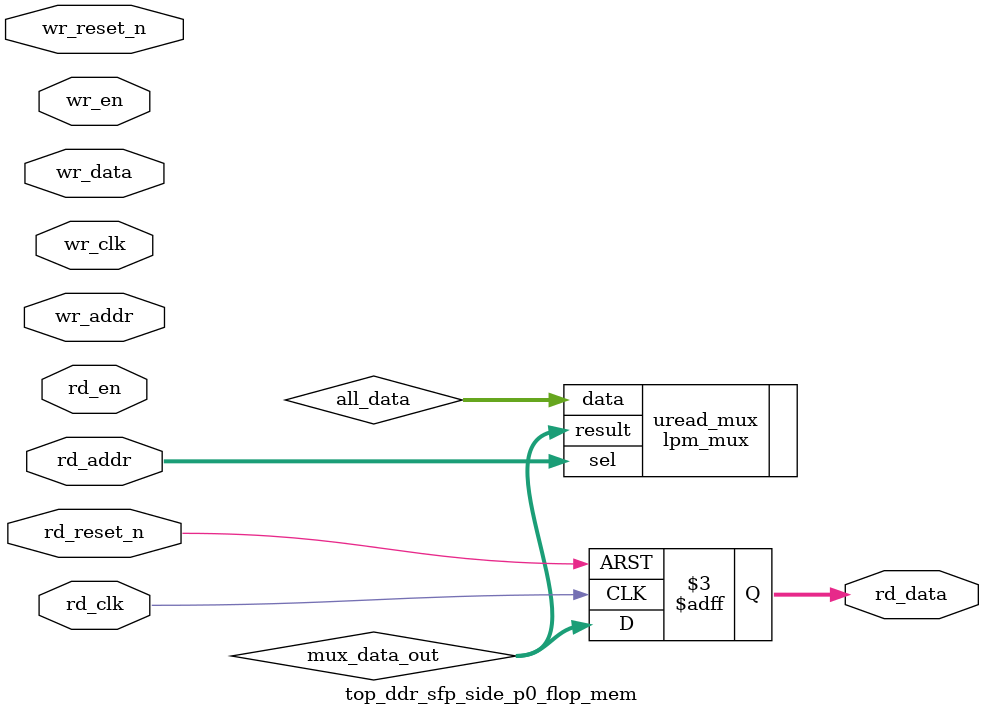
<source format=v>



`timescale 1 ps / 1 ps

(* altera_attribute = "-name ALLOW_SYNCH_CTRL_USAGE ON;-name AUTO_CLOCK_ENABLE_RECOGNITION ON" *)
module top_ddr_sfp_side_p0_flop_mem(
	wr_reset_n,
	wr_clk,
	wr_en,
	wr_addr,
	wr_data,
	rd_reset_n,
	rd_clk,
	rd_en,
	rd_addr,
	rd_data
);

parameter WRITE_MEM_DEPTH	= "";
parameter WRITE_ADDR_WIDTH	= "";
parameter WRITE_DATA_WIDTH	= "";
parameter READ_MEM_DEPTH	= "";
parameter READ_ADDR_WIDTH	= "";		 
parameter READ_DATA_WIDTH	= "";


input	wr_reset_n;
input	wr_clk;
input	wr_en;
input	[WRITE_ADDR_WIDTH-1:0] wr_addr;
input	[WRITE_DATA_WIDTH-1:0] wr_data;
input	rd_reset_n;
input	rd_clk;
input	rd_en;
input	[READ_ADDR_WIDTH-1:0] rd_addr;
output	[READ_DATA_WIDTH-1:0] rd_data;



wire	[WRITE_DATA_WIDTH*WRITE_MEM_DEPTH-1:0] all_data;
wire	[READ_DATA_WIDTH-1:0] mux_data_out;



// declare a memory with WRITE_MEM_DEPTH entries
// each entry contains a data size of WRITE_DATA_WIDTH
reg	[WRITE_DATA_WIDTH-1:0] data_stored [0:WRITE_MEM_DEPTH-1] /* synthesis syn_preserve = 1 */;
reg	[READ_DATA_WIDTH-1:0] rd_data;

generate
genvar entry;
	for (entry=0; entry < WRITE_MEM_DEPTH; entry=entry+1)
	begin: mem_location
		assign all_data[(WRITE_DATA_WIDTH*(entry+1)-1) : (WRITE_DATA_WIDTH*entry)] = data_stored[entry]; 
		
		always @(posedge wr_clk or negedge wr_reset_n)
		begin
			if (~wr_reset_n) begin
				data_stored[entry] <= {WRITE_DATA_WIDTH{1'b0}};
			end else begin
				if (wr_en) begin
					if (entry == wr_addr) begin
						data_stored[entry] <= wr_data;
					end
				end
			end
		end		
	end
endgenerate

// mux to select the correct output data based on read address
lpm_mux	uread_mux(
	.sel (rd_addr),
	.data (all_data),
	.result (mux_data_out)
	// synopsys translate_off
	,
	.aclr (),
	.clken (),
	.clock ()
	// synopsys translate_on
	);
 defparam uread_mux.lpm_size = READ_MEM_DEPTH;
 defparam uread_mux.lpm_type = "LPM_MUX";
 defparam uread_mux.lpm_width = READ_DATA_WIDTH;
 defparam uread_mux.lpm_widths = READ_ADDR_WIDTH;

always @(posedge rd_clk or negedge rd_reset_n)	
begin
	if (~rd_reset_n) begin
		rd_data <= {READ_DATA_WIDTH{1'b0}};
	end else begin
		rd_data <= mux_data_out;
	end
end

endmodule

</source>
